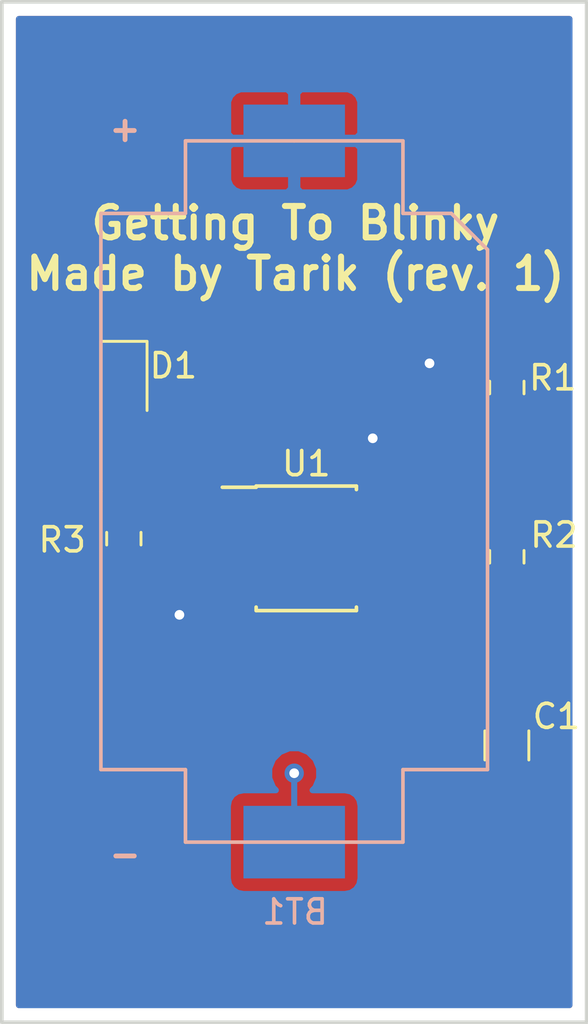
<source format=kicad_pcb>
(kicad_pcb (version 20171130) (host pcbnew "(5.0.0)")

  (general
    (thickness 1.6)
    (drawings 5)
    (tracks 25)
    (zones 0)
    (modules 7)
    (nets 8)
  )

  (page A4)
  (layers
    (0 F.Cu signal)
    (31 B.Cu signal)
    (32 B.Adhes user)
    (33 F.Adhes user)
    (34 B.Paste user)
    (35 F.Paste user)
    (36 B.SilkS user)
    (37 F.SilkS user)
    (38 B.Mask user)
    (39 F.Mask user)
    (40 Dwgs.User user)
    (41 Cmts.User user)
    (42 Eco1.User user)
    (43 Eco2.User user)
    (44 Edge.Cuts user)
    (45 Margin user)
    (46 B.CrtYd user)
    (47 F.CrtYd user)
    (48 B.Fab user)
    (49 F.Fab user)
  )

  (setup
    (last_trace_width 0.25)
    (trace_clearance 0.25)
    (zone_clearance 0.508)
    (zone_45_only no)
    (trace_min 0.25)
    (segment_width 0.2)
    (edge_width 0.15)
    (via_size 0.8)
    (via_drill 0.4)
    (via_min_size 0.8)
    (via_min_drill 0.4)
    (uvia_size 0.45)
    (uvia_drill 0.2)
    (uvias_allowed no)
    (uvia_min_size 0.2)
    (uvia_min_drill 0.1)
    (pcb_text_width 0.3)
    (pcb_text_size 1.5 1.5)
    (mod_edge_width 0.15)
    (mod_text_size 1 1)
    (mod_text_width 0.15)
    (pad_size 1.524 1.524)
    (pad_drill 0.762)
    (pad_to_mask_clearance 0.2)
    (aux_axis_origin 0 0)
    (visible_elements FFFFFF7F)
    (pcbplotparams
      (layerselection 0x010f0_ffffffff)
      (usegerberextensions false)
      (usegerberattributes false)
      (usegerberadvancedattributes false)
      (creategerberjobfile false)
      (excludeedgelayer true)
      (linewidth 0.100000)
      (plotframeref false)
      (viasonmask false)
      (mode 1)
      (useauxorigin false)
      (hpglpennumber 1)
      (hpglpenspeed 20)
      (hpglpendiameter 15.000000)
      (psnegative false)
      (psa4output false)
      (plotreference true)
      (plotvalue false)
      (plotinvisibletext false)
      (padsonsilk false)
      (subtractmaskfromsilk true)
      (outputformat 1)
      (mirror false)
      (drillshape 0)
      (scaleselection 1)
      (outputdirectory "GERBERS/"))
  )

  (net 0 "")
  (net 1 /VDD)
  (net 2 GND)
  (net 3 "Net-(C1-Pad1)")
  (net 4 "Net-(D1-Pad2)")
  (net 5 "Net-(R1-Pad2)")
  (net 6 "Net-(R3-Pad1)")
  (net 7 "Net-(U1-Pad5)")

  (net_class Default "This is the default net class."
    (clearance 0.25)
    (trace_width 0.25)
    (via_dia 0.8)
    (via_drill 0.4)
    (uvia_dia 0.45)
    (uvia_drill 0.2)
    (diff_pair_gap 0.25)
    (diff_pair_width 0.25)
    (add_net /VDD)
    (add_net GND)
    (add_net "Net-(C1-Pad1)")
    (add_net "Net-(D1-Pad2)")
    (add_net "Net-(R1-Pad2)")
    (add_net "Net-(R3-Pad1)")
    (add_net "Net-(U1-Pad5)")
  )

  (module GTB:QJ.BS-6 (layer B.Cu) (tedit 5BC3924D) (tstamp 5BDBDCC1)
    (at 185.9 117.55 180)
    (path /5BC39993)
    (fp_text reference BT1 (at -0.036 -17.388 180) (layer B.SilkS)
      (effects (font (size 1 1) (thickness 0.15)) (justify mirror))
    )
    (fp_text value Battery_Cell (at -4.736 15.512 180) (layer B.Fab)
      (effects (font (size 1 1) (thickness 0.15)) (justify mirror))
    )
    (fp_line (start -4.5 14.5) (end 0 14.5) (layer B.SilkS) (width 0.15))
    (fp_line (start -4.5 11.5) (end -4.5 14.5) (layer B.SilkS) (width 0.15))
    (fp_line (start -4.5 -11.5) (end -8 -11.5) (layer B.SilkS) (width 0.15))
    (fp_line (start -4.5 -14.5) (end -4.5 -11.5) (layer B.SilkS) (width 0.15))
    (fp_line (start 4.5 -14.5) (end -4.5 -14.5) (layer B.SilkS) (width 0.15))
    (fp_line (start 4.5 -11.5) (end 4.5 -14.5) (layer B.SilkS) (width 0.15))
    (fp_line (start 8 -11.5) (end 4.5 -11.5) (layer B.SilkS) (width 0.15))
    (fp_line (start 8 0) (end 8 -11.5) (layer B.SilkS) (width 0.15))
    (fp_line (start 8 11.5) (end 8 0) (layer B.SilkS) (width 0.15))
    (fp_line (start 4.5 11.5) (end 8 11.5) (layer B.SilkS) (width 0.15))
    (fp_line (start 4.5 14.5) (end 4.5 11.5) (layer B.SilkS) (width 0.15))
    (fp_line (start 0 14.5) (end 4.5 14.5) (layer B.SilkS) (width 0.15))
    (fp_line (start -8 10) (end -6.5 11.5) (layer B.SilkS) (width 0.15))
    (fp_line (start -6.5 11.5) (end -4.5 11.5) (layer B.SilkS) (width 0.15))
    (fp_line (start -8 -11.5) (end -8 10) (layer B.SilkS) (width 0.15))
    (fp_line (start -9.5 -19.5) (end -9.5 16.5) (layer B.CrtYd) (width 0.15))
    (fp_line (start 8.5 -19.5) (end -9.5 -19.5) (layer B.CrtYd) (width 0.15))
    (fp_line (start 8.5 16.5) (end 8.5 -19.5) (layer B.CrtYd) (width 0.15))
    (fp_line (start -9.5 16.5) (end 8.5 16.5) (layer B.CrtYd) (width 0.15))
    (fp_text user + (at 7 15 180) (layer B.SilkS)
      (effects (font (size 1 1) (thickness 0.2)) (justify mirror))
    )
    (fp_text user - (at 7 -15 180) (layer B.SilkS)
      (effects (font (size 1 1) (thickness 0.2)) (justify mirror))
    )
    (pad 1 smd rect (at 0 14.5 180) (size 4.2 3) (layers B.Cu B.Paste B.Mask)
      (net 1 /VDD))
    (pad 2 smd rect (at 0 -14.5 180) (size 4.2 3) (layers B.Cu B.Paste B.Mask)
      (net 2 GND))
  )

  (module Capacitor_SMD:C_1206_3216Metric_Pad1.42x1.75mm_HandSolder (layer F.Cu) (tedit 5BC3BE96) (tstamp 5BDBDCD2)
    (at 194.7 128.05 270)
    (descr "Capacitor SMD 1206 (3216 Metric), square (rectangular) end terminal, IPC_7351 nominal with elongated pad for handsoldering. (Body size source: http://www.tortai-tech.com/upload/download/2011102023233369053.pdf), generated with kicad-footprint-generator")
    (tags "capacitor handsolder")
    (path /5BC3B34B)
    (attr smd)
    (fp_text reference C1 (at -1.2 -2.05) (layer F.SilkS)
      (effects (font (size 1 1) (thickness 0.15)))
    )
    (fp_text value 1U (at 0 1.82 270) (layer F.Fab)
      (effects (font (size 1 1) (thickness 0.15)))
    )
    (fp_text user %R (at 0 0 270) (layer F.Fab)
      (effects (font (size 0.8 0.8) (thickness 0.12)))
    )
    (fp_line (start 2.45 1.12) (end -2.45 1.12) (layer F.CrtYd) (width 0.05))
    (fp_line (start 2.45 -1.12) (end 2.45 1.12) (layer F.CrtYd) (width 0.05))
    (fp_line (start -2.45 -1.12) (end 2.45 -1.12) (layer F.CrtYd) (width 0.05))
    (fp_line (start -2.45 1.12) (end -2.45 -1.12) (layer F.CrtYd) (width 0.05))
    (fp_line (start -0.602064 0.91) (end 0.602064 0.91) (layer F.SilkS) (width 0.12))
    (fp_line (start -0.602064 -0.91) (end 0.602064 -0.91) (layer F.SilkS) (width 0.12))
    (fp_line (start 1.6 0.8) (end -1.6 0.8) (layer F.Fab) (width 0.1))
    (fp_line (start 1.6 -0.8) (end 1.6 0.8) (layer F.Fab) (width 0.1))
    (fp_line (start -1.6 -0.8) (end 1.6 -0.8) (layer F.Fab) (width 0.1))
    (fp_line (start -1.6 0.8) (end -1.6 -0.8) (layer F.Fab) (width 0.1))
    (pad 2 smd roundrect (at 1.4875 0 270) (size 1.425 1.75) (layers F.Cu F.Paste F.Mask) (roundrect_rratio 0.175439)
      (net 2 GND))
    (pad 1 smd roundrect (at -1.4875 0 270) (size 1.425 1.75) (layers F.Cu F.Paste F.Mask) (roundrect_rratio 0.175439)
      (net 3 "Net-(C1-Pad1)"))
    (model ${KISYS3DMOD}/Capacitor_SMD.3dshapes/C_1206_3216Metric.wrl
      (at (xyz 0 0 0))
      (scale (xyz 1 1 1))
      (rotate (xyz 0 0 0))
    )
  )

  (module LED_SMD:LED_0805_2012Metric_Pad1.15x1.40mm_HandSolder (layer F.Cu) (tedit 5BC3BEA0) (tstamp 5BDBDCE5)
    (at 178.85 113.2 270)
    (descr "LED SMD 0805 (2012 Metric), square (rectangular) end terminal, IPC_7351 nominal, (Body size source: https://docs.google.com/spreadsheets/d/1BsfQQcO9C6DZCsRaXUlFlo91Tg2WpOkGARC1WS5S8t0/edit?usp=sharing), generated with kicad-footprint-generator")
    (tags "LED handsolder")
    (path /5BC389A6)
    (attr smd)
    (fp_text reference D1 (at -0.85 -2.05) (layer F.SilkS)
      (effects (font (size 1 1) (thickness 0.15)))
    )
    (fp_text value LED (at 0 1.65 270) (layer F.Fab)
      (effects (font (size 1 1) (thickness 0.15)))
    )
    (fp_text user %R (at 0 0 270) (layer F.Fab)
      (effects (font (size 0.5 0.5) (thickness 0.08)))
    )
    (fp_line (start 1.85 0.95) (end -1.85 0.95) (layer F.CrtYd) (width 0.05))
    (fp_line (start 1.85 -0.95) (end 1.85 0.95) (layer F.CrtYd) (width 0.05))
    (fp_line (start -1.85 -0.95) (end 1.85 -0.95) (layer F.CrtYd) (width 0.05))
    (fp_line (start -1.85 0.95) (end -1.85 -0.95) (layer F.CrtYd) (width 0.05))
    (fp_line (start -1.86 0.96) (end 1 0.96) (layer F.SilkS) (width 0.12))
    (fp_line (start -1.86 -0.96) (end -1.86 0.96) (layer F.SilkS) (width 0.12))
    (fp_line (start 1 -0.96) (end -1.86 -0.96) (layer F.SilkS) (width 0.12))
    (fp_line (start 1 0.6) (end 1 -0.6) (layer F.Fab) (width 0.1))
    (fp_line (start -1 0.6) (end 1 0.6) (layer F.Fab) (width 0.1))
    (fp_line (start -1 -0.3) (end -1 0.6) (layer F.Fab) (width 0.1))
    (fp_line (start -0.7 -0.6) (end -1 -0.3) (layer F.Fab) (width 0.1))
    (fp_line (start 1 -0.6) (end -0.7 -0.6) (layer F.Fab) (width 0.1))
    (pad 2 smd roundrect (at 1.025 0 270) (size 1.15 1.4) (layers F.Cu F.Paste F.Mask) (roundrect_rratio 0.217391)
      (net 4 "Net-(D1-Pad2)"))
    (pad 1 smd roundrect (at -1.025 0 270) (size 1.15 1.4) (layers F.Cu F.Paste F.Mask) (roundrect_rratio 0.217391)
      (net 2 GND))
    (model ${KISYS3DMOD}/LED_SMD.3dshapes/LED_0805_2012Metric.wrl
      (at (xyz 0 0 0))
      (scale (xyz 1 1 1))
      (rotate (xyz 0 0 0))
    )
  )

  (module Resistor_SMD:R_0805_2012Metric_Pad1.15x1.40mm_HandSolder (layer F.Cu) (tedit 5BC3BE8E) (tstamp 5BDBDCF6)
    (at 194.7 113.25 270)
    (descr "Resistor SMD 0805 (2012 Metric), square (rectangular) end terminal, IPC_7351 nominal with elongated pad for handsoldering. (Body size source: https://docs.google.com/spreadsheets/d/1BsfQQcO9C6DZCsRaXUlFlo91Tg2WpOkGARC1WS5S8t0/edit?usp=sharing), generated with kicad-footprint-generator")
    (tags "resistor handsolder")
    (path /5BC3856A)
    (attr smd)
    (fp_text reference R1 (at -0.4 -1.9) (layer F.SilkS)
      (effects (font (size 1 1) (thickness 0.15)))
    )
    (fp_text value 1K (at 0 1.65 270) (layer F.Fab)
      (effects (font (size 1 1) (thickness 0.15)))
    )
    (fp_text user %R (at 0 0 270) (layer F.Fab)
      (effects (font (size 0.5 0.5) (thickness 0.08)))
    )
    (fp_line (start 1.85 0.95) (end -1.85 0.95) (layer F.CrtYd) (width 0.05))
    (fp_line (start 1.85 -0.95) (end 1.85 0.95) (layer F.CrtYd) (width 0.05))
    (fp_line (start -1.85 -0.95) (end 1.85 -0.95) (layer F.CrtYd) (width 0.05))
    (fp_line (start -1.85 0.95) (end -1.85 -0.95) (layer F.CrtYd) (width 0.05))
    (fp_line (start -0.261252 0.71) (end 0.261252 0.71) (layer F.SilkS) (width 0.12))
    (fp_line (start -0.261252 -0.71) (end 0.261252 -0.71) (layer F.SilkS) (width 0.12))
    (fp_line (start 1 0.6) (end -1 0.6) (layer F.Fab) (width 0.1))
    (fp_line (start 1 -0.6) (end 1 0.6) (layer F.Fab) (width 0.1))
    (fp_line (start -1 -0.6) (end 1 -0.6) (layer F.Fab) (width 0.1))
    (fp_line (start -1 0.6) (end -1 -0.6) (layer F.Fab) (width 0.1))
    (pad 2 smd roundrect (at 1.025 0 270) (size 1.15 1.4) (layers F.Cu F.Paste F.Mask) (roundrect_rratio 0.217391)
      (net 5 "Net-(R1-Pad2)"))
    (pad 1 smd roundrect (at -1.025 0 270) (size 1.15 1.4) (layers F.Cu F.Paste F.Mask) (roundrect_rratio 0.217391)
      (net 1 /VDD))
    (model ${KISYS3DMOD}/Resistor_SMD.3dshapes/R_0805_2012Metric.wrl
      (at (xyz 0 0 0))
      (scale (xyz 1 1 1))
      (rotate (xyz 0 0 0))
    )
  )

  (module Resistor_SMD:R_0805_2012Metric_Pad1.15x1.40mm_HandSolder (layer F.Cu) (tedit 5BC3BE91) (tstamp 5BDBDD07)
    (at 194.7 120.25 270)
    (descr "Resistor SMD 0805 (2012 Metric), square (rectangular) end terminal, IPC_7351 nominal with elongated pad for handsoldering. (Body size source: https://docs.google.com/spreadsheets/d/1BsfQQcO9C6DZCsRaXUlFlo91Tg2WpOkGARC1WS5S8t0/edit?usp=sharing), generated with kicad-footprint-generator")
    (tags "resistor handsolder")
    (path /5BC3863E)
    (attr smd)
    (fp_text reference R2 (at -0.9 -1.95) (layer F.SilkS)
      (effects (font (size 1 1) (thickness 0.15)))
    )
    (fp_text value 470K (at 0 1.65 270) (layer F.Fab)
      (effects (font (size 1 1) (thickness 0.15)))
    )
    (fp_text user %R (at 0 0 270) (layer F.Fab)
      (effects (font (size 0.5 0.5) (thickness 0.08)))
    )
    (fp_line (start 1.85 0.95) (end -1.85 0.95) (layer F.CrtYd) (width 0.05))
    (fp_line (start 1.85 -0.95) (end 1.85 0.95) (layer F.CrtYd) (width 0.05))
    (fp_line (start -1.85 -0.95) (end 1.85 -0.95) (layer F.CrtYd) (width 0.05))
    (fp_line (start -1.85 0.95) (end -1.85 -0.95) (layer F.CrtYd) (width 0.05))
    (fp_line (start -0.261252 0.71) (end 0.261252 0.71) (layer F.SilkS) (width 0.12))
    (fp_line (start -0.261252 -0.71) (end 0.261252 -0.71) (layer F.SilkS) (width 0.12))
    (fp_line (start 1 0.6) (end -1 0.6) (layer F.Fab) (width 0.1))
    (fp_line (start 1 -0.6) (end 1 0.6) (layer F.Fab) (width 0.1))
    (fp_line (start -1 -0.6) (end 1 -0.6) (layer F.Fab) (width 0.1))
    (fp_line (start -1 0.6) (end -1 -0.6) (layer F.Fab) (width 0.1))
    (pad 2 smd roundrect (at 1.025 0 270) (size 1.15 1.4) (layers F.Cu F.Paste F.Mask) (roundrect_rratio 0.217391)
      (net 3 "Net-(C1-Pad1)"))
    (pad 1 smd roundrect (at -1.025 0 270) (size 1.15 1.4) (layers F.Cu F.Paste F.Mask) (roundrect_rratio 0.217391)
      (net 5 "Net-(R1-Pad2)"))
    (model ${KISYS3DMOD}/Resistor_SMD.3dshapes/R_0805_2012Metric.wrl
      (at (xyz 0 0 0))
      (scale (xyz 1 1 1))
      (rotate (xyz 0 0 0))
    )
  )

  (module Resistor_SMD:R_0805_2012Metric_Pad1.15x1.40mm_HandSolder (layer F.Cu) (tedit 5BC3BE80) (tstamp 5BDBDD18)
    (at 178.85 119.5 90)
    (descr "Resistor SMD 0805 (2012 Metric), square (rectangular) end terminal, IPC_7351 nominal with elongated pad for handsoldering. (Body size source: https://docs.google.com/spreadsheets/d/1BsfQQcO9C6DZCsRaXUlFlo91Tg2WpOkGARC1WS5S8t0/edit?usp=sharing), generated with kicad-footprint-generator")
    (tags "resistor handsolder")
    (path /5BC38678)
    (attr smd)
    (fp_text reference R3 (at -0.05 -2.55 180) (layer F.SilkS)
      (effects (font (size 1 1) (thickness 0.15)))
    )
    (fp_text value 1K (at 0 1.65 90) (layer F.Fab)
      (effects (font (size 1 1) (thickness 0.15)))
    )
    (fp_line (start -1 0.6) (end -1 -0.6) (layer F.Fab) (width 0.1))
    (fp_line (start -1 -0.6) (end 1 -0.6) (layer F.Fab) (width 0.1))
    (fp_line (start 1 -0.6) (end 1 0.6) (layer F.Fab) (width 0.1))
    (fp_line (start 1 0.6) (end -1 0.6) (layer F.Fab) (width 0.1))
    (fp_line (start -0.261252 -0.71) (end 0.261252 -0.71) (layer F.SilkS) (width 0.12))
    (fp_line (start -0.261252 0.71) (end 0.261252 0.71) (layer F.SilkS) (width 0.12))
    (fp_line (start -1.85 0.95) (end -1.85 -0.95) (layer F.CrtYd) (width 0.05))
    (fp_line (start -1.85 -0.95) (end 1.85 -0.95) (layer F.CrtYd) (width 0.05))
    (fp_line (start 1.85 -0.95) (end 1.85 0.95) (layer F.CrtYd) (width 0.05))
    (fp_line (start 1.85 0.95) (end -1.85 0.95) (layer F.CrtYd) (width 0.05))
    (fp_text user %R (at 0 0 90) (layer F.Fab)
      (effects (font (size 0.5 0.5) (thickness 0.08)))
    )
    (pad 1 smd roundrect (at -1.025 0 90) (size 1.15 1.4) (layers F.Cu F.Paste F.Mask) (roundrect_rratio 0.217391)
      (net 6 "Net-(R3-Pad1)"))
    (pad 2 smd roundrect (at 1.025 0 90) (size 1.15 1.4) (layers F.Cu F.Paste F.Mask) (roundrect_rratio 0.217391)
      (net 4 "Net-(D1-Pad2)"))
    (model ${KISYS3DMOD}/Resistor_SMD.3dshapes/R_0805_2012Metric.wrl
      (at (xyz 0 0 0))
      (scale (xyz 1 1 1))
      (rotate (xyz 0 0 0))
    )
  )

  (module Package_SO:SOIC-8_3.9x4.9mm_P1.27mm (layer F.Cu) (tedit 5A02F2D3) (tstamp 5BDBDD35)
    (at 186.4 119.9)
    (descr "8-Lead Plastic Small Outline (SN) - Narrow, 3.90 mm Body [SOIC] (see Microchip Packaging Specification 00000049BS.pdf)")
    (tags "SOIC 1.27")
    (path /5BC38425)
    (attr smd)
    (fp_text reference U1 (at 0 -3.5) (layer F.SilkS)
      (effects (font (size 1 1) (thickness 0.15)))
    )
    (fp_text value 7555 (at 0 3.5) (layer F.Fab)
      (effects (font (size 1 1) (thickness 0.15)))
    )
    (fp_text user %R (at 0 0) (layer F.Fab)
      (effects (font (size 1 1) (thickness 0.15)))
    )
    (fp_line (start -0.95 -2.45) (end 1.95 -2.45) (layer F.Fab) (width 0.1))
    (fp_line (start 1.95 -2.45) (end 1.95 2.45) (layer F.Fab) (width 0.1))
    (fp_line (start 1.95 2.45) (end -1.95 2.45) (layer F.Fab) (width 0.1))
    (fp_line (start -1.95 2.45) (end -1.95 -1.45) (layer F.Fab) (width 0.1))
    (fp_line (start -1.95 -1.45) (end -0.95 -2.45) (layer F.Fab) (width 0.1))
    (fp_line (start -3.73 -2.7) (end -3.73 2.7) (layer F.CrtYd) (width 0.05))
    (fp_line (start 3.73 -2.7) (end 3.73 2.7) (layer F.CrtYd) (width 0.05))
    (fp_line (start -3.73 -2.7) (end 3.73 -2.7) (layer F.CrtYd) (width 0.05))
    (fp_line (start -3.73 2.7) (end 3.73 2.7) (layer F.CrtYd) (width 0.05))
    (fp_line (start -2.075 -2.575) (end -2.075 -2.525) (layer F.SilkS) (width 0.15))
    (fp_line (start 2.075 -2.575) (end 2.075 -2.43) (layer F.SilkS) (width 0.15))
    (fp_line (start 2.075 2.575) (end 2.075 2.43) (layer F.SilkS) (width 0.15))
    (fp_line (start -2.075 2.575) (end -2.075 2.43) (layer F.SilkS) (width 0.15))
    (fp_line (start -2.075 -2.575) (end 2.075 -2.575) (layer F.SilkS) (width 0.15))
    (fp_line (start -2.075 2.575) (end 2.075 2.575) (layer F.SilkS) (width 0.15))
    (fp_line (start -2.075 -2.525) (end -3.475 -2.525) (layer F.SilkS) (width 0.15))
    (pad 1 smd rect (at -2.7 -1.905) (size 1.55 0.6) (layers F.Cu F.Paste F.Mask)
      (net 2 GND))
    (pad 2 smd rect (at -2.7 -0.635) (size 1.55 0.6) (layers F.Cu F.Paste F.Mask)
      (net 3 "Net-(C1-Pad1)"))
    (pad 3 smd rect (at -2.7 0.635) (size 1.55 0.6) (layers F.Cu F.Paste F.Mask)
      (net 6 "Net-(R3-Pad1)"))
    (pad 4 smd rect (at -2.7 1.905) (size 1.55 0.6) (layers F.Cu F.Paste F.Mask)
      (net 1 /VDD))
    (pad 5 smd rect (at 2.7 1.905) (size 1.55 0.6) (layers F.Cu F.Paste F.Mask)
      (net 7 "Net-(U1-Pad5)"))
    (pad 6 smd rect (at 2.7 0.635) (size 1.55 0.6) (layers F.Cu F.Paste F.Mask)
      (net 3 "Net-(C1-Pad1)"))
    (pad 7 smd rect (at 2.7 -0.635) (size 1.55 0.6) (layers F.Cu F.Paste F.Mask)
      (net 5 "Net-(R1-Pad2)"))
    (pad 8 smd rect (at 2.7 -1.905) (size 1.55 0.6) (layers F.Cu F.Paste F.Mask)
      (net 1 /VDD))
    (model ${KISYS3DMOD}/Package_SO.3dshapes/SOIC-8_3.9x4.9mm_P1.27mm.wrl
      (at (xyz 0 0 0))
      (scale (xyz 1 1 1))
      (rotate (xyz 0 0 0))
    )
  )

  (gr_text "Getting To Blinky\nMade by Tarik (rev. 1)" (at 185.95 107.5) (layer F.SilkS)
    (effects (font (size 1.3 1.3) (thickness 0.25)))
  )
  (gr_line (start 198 139.5) (end 173.8 139.5) (angle 90) (layer Edge.Cuts) (width 0.15))
  (gr_line (start 198 97.3) (end 198 139.5) (angle 90) (layer Edge.Cuts) (width 0.15))
  (gr_line (start 173.8 97.3) (end 198 97.3) (angle 90) (layer Edge.Cuts) (width 0.15))
  (gr_line (start 173.8 139.5) (end 173.8 97.3) (angle 90) (layer Edge.Cuts) (width 0.15))

  (segment (start 189.1 117.995) (end 189.1 115.4) (width 0.25) (layer F.Cu) (net 1) (status 400000))
  (via (at 189.15 115.35) (size 0.8) (drill 0.4) (layers F.Cu B.Cu) (net 1))
  (segment (start 189.1 115.4) (end 189.15 115.35) (width 0.25) (layer F.Cu) (net 1) (tstamp 5BDCD964))
  (segment (start 194.7 112.225) (end 191.525 112.225) (width 0.25) (layer F.Cu) (net 1) (status 400000))
  (segment (start 191.5 112.25) (end 191.6 112.15) (width 0.25) (layer B.Cu) (net 1) (tstamp 5BDCD97B))
  (via (at 191.5 112.25) (size 0.8) (drill 0.4) (layers F.Cu B.Cu) (net 1))
  (segment (start 191.525 112.225) (end 191.5 112.25) (width 0.25) (layer F.Cu) (net 1) (tstamp 5BDCD979))
  (segment (start 183.7 121.805) (end 181.995 121.805) (width 0.25) (layer F.Cu) (net 1) (status 400000))
  (via (at 181.15 122.65) (size 0.8) (drill 0.4) (layers F.Cu B.Cu) (net 1))
  (segment (start 181.995 121.805) (end 181.15 122.65) (width 0.25) (layer F.Cu) (net 1) (tstamp 5BDCD99E))
  (segment (start 185.9 132.05) (end 185.9 129.2) (width 0.25) (layer B.Cu) (net 2) (status 400000))
  (via (at 185.9 129.2) (size 0.8) (drill 0.4) (layers F.Cu B.Cu) (net 2))
  (segment (start 194.7 121.275) (end 194.7 126.5625) (width 0.25) (layer F.Cu) (net 3) (status C00000))
  (segment (start 183.7 119.265) (end 185.715 119.265) (width 0.25) (layer F.Cu) (net 3) (status 400000))
  (segment (start 186.985 120.535) (end 189.1 120.535) (width 0.25) (layer F.Cu) (net 3) (tstamp 5BDCD9AA) (status 800000))
  (segment (start 185.715 119.265) (end 186.985 120.535) (width 0.25) (layer F.Cu) (net 3) (tstamp 5BDCD9A8))
  (segment (start 189.1 120.535) (end 192.3 120.535) (width 0.25) (layer F.Cu) (net 3) (status 400000))
  (segment (start 193.04 121.275) (end 194.7 121.275) (width 0.25) (layer F.Cu) (net 3) (tstamp 5BDCD9AF) (status 800000))
  (segment (start 192.3 120.535) (end 193.04 121.275) (width 0.25) (layer F.Cu) (net 3) (tstamp 5BDCD9AE))
  (segment (start 178.85 114.225) (end 178.85 118.475) (width 0.25) (layer F.Cu) (net 4) (status C00000))
  (segment (start 189.1 119.265) (end 194.66 119.265) (width 0.25) (layer F.Cu) (net 5) (status C00000))
  (segment (start 194.66 119.265) (end 194.7 119.225) (width 0.25) (layer F.Cu) (net 5) (tstamp 5BDCCD35) (status C00000))
  (segment (start 194.7 114.275) (end 194.7 119.225) (width 0.25) (layer F.Cu) (net 5) (status C00000))
  (segment (start 183.7 120.535) (end 178.86 120.535) (width 0.25) (layer F.Cu) (net 6) (status C00000))
  (segment (start 178.86 120.535) (end 178.85 120.525) (width 0.25) (layer F.Cu) (net 6) (tstamp 5BDCCD3A) (status C00000))

  (zone (net 2) (net_name GND) (layer F.Cu) (tstamp 5BDCDA3D) (hatch edge 0.508)
    (connect_pads (clearance 0.508))
    (min_thickness 0.254)
    (fill yes (arc_segments 16) (thermal_gap 0.508) (thermal_bridge_width 0.508))
    (polygon
      (pts
        (xy 173.8 97.3) (xy 173.8 139.5) (xy 198 139.5) (xy 198 97.3)
      )
    )
    (filled_polygon
      (pts
        (xy 197.290001 138.79) (xy 174.51 138.79) (xy 174.51 129.82325) (xy 193.19 129.82325) (xy 193.19 130.376309)
        (xy 193.286673 130.609698) (xy 193.465301 130.788327) (xy 193.69869 130.885) (xy 194.41425 130.885) (xy 194.573 130.72625)
        (xy 194.573 129.6645) (xy 194.827 129.6645) (xy 194.827 130.72625) (xy 194.98575 130.885) (xy 195.70131 130.885)
        (xy 195.934699 130.788327) (xy 196.113327 130.609698) (xy 196.21 130.376309) (xy 196.21 129.82325) (xy 196.05125 129.6645)
        (xy 194.827 129.6645) (xy 194.573 129.6645) (xy 193.34875 129.6645) (xy 193.19 129.82325) (xy 174.51 129.82325)
        (xy 174.51 128.698691) (xy 193.19 128.698691) (xy 193.19 129.25175) (xy 193.34875 129.4105) (xy 194.573 129.4105)
        (xy 194.573 128.34875) (xy 194.827 128.34875) (xy 194.827 129.4105) (xy 196.05125 129.4105) (xy 196.21 129.25175)
        (xy 196.21 128.698691) (xy 196.113327 128.465302) (xy 195.934699 128.286673) (xy 195.70131 128.19) (xy 194.98575 128.19)
        (xy 194.827 128.34875) (xy 194.573 128.34875) (xy 194.41425 128.19) (xy 193.69869 128.19) (xy 193.465301 128.286673)
        (xy 193.286673 128.465302) (xy 193.19 128.698691) (xy 174.51 128.698691) (xy 174.51 113.899999) (xy 177.50256 113.899999)
        (xy 177.50256 114.550001) (xy 177.570873 114.893436) (xy 177.765414 115.184586) (xy 178.056564 115.379127) (xy 178.09 115.385778)
        (xy 178.090001 117.314222) (xy 178.056564 117.320873) (xy 177.765414 117.515414) (xy 177.570873 117.806564) (xy 177.50256 118.149999)
        (xy 177.50256 118.800001) (xy 177.570873 119.143436) (xy 177.765414 119.434586) (xy 177.863313 119.5) (xy 177.765414 119.565414)
        (xy 177.570873 119.856564) (xy 177.50256 120.199999) (xy 177.50256 120.850001) (xy 177.570873 121.193436) (xy 177.765414 121.484586)
        (xy 178.056564 121.679127) (xy 178.399999 121.74744) (xy 179.300001 121.74744) (xy 179.643436 121.679127) (xy 179.934586 121.484586)
        (xy 180.061264 121.295) (xy 181.421728 121.295) (xy 181.404673 121.320525) (xy 181.110198 121.615) (xy 180.944126 121.615)
        (xy 180.56372 121.772569) (xy 180.272569 122.06372) (xy 180.115 122.444126) (xy 180.115 122.855874) (xy 180.272569 123.23628)
        (xy 180.56372 123.527431) (xy 180.944126 123.685) (xy 181.355874 123.685) (xy 181.73628 123.527431) (xy 182.027431 123.23628)
        (xy 182.185 122.855874) (xy 182.185 122.689802) (xy 182.309802 122.565) (xy 182.47047 122.565) (xy 182.677235 122.703157)
        (xy 182.925 122.75244) (xy 184.475 122.75244) (xy 184.722765 122.703157) (xy 184.932809 122.562809) (xy 185.073157 122.352765)
        (xy 185.12244 122.105) (xy 185.12244 121.505) (xy 185.073157 121.257235) (xy 185.014868 121.17) (xy 185.073157 121.082765)
        (xy 185.12244 120.835) (xy 185.12244 120.235) (xy 185.080669 120.025) (xy 185.400199 120.025) (xy 186.39467 121.019472)
        (xy 186.437071 121.082929) (xy 186.688463 121.250904) (xy 186.910148 121.295) (xy 186.910152 121.295) (xy 186.984999 121.309888)
        (xy 187.059846 121.295) (xy 187.719331 121.295) (xy 187.67756 121.505) (xy 187.67756 122.105) (xy 187.726843 122.352765)
        (xy 187.867191 122.562809) (xy 188.077235 122.703157) (xy 188.325 122.75244) (xy 189.875 122.75244) (xy 190.122765 122.703157)
        (xy 190.332809 122.562809) (xy 190.473157 122.352765) (xy 190.52244 122.105) (xy 190.52244 121.505) (xy 190.480669 121.295)
        (xy 191.985199 121.295) (xy 192.449671 121.759473) (xy 192.492071 121.822929) (xy 192.743463 121.990904) (xy 192.965148 122.035)
        (xy 192.965152 122.035) (xy 193.039999 122.049888) (xy 193.114846 122.035) (xy 193.482054 122.035) (xy 193.615414 122.234586)
        (xy 193.906564 122.429127) (xy 193.94 122.435778) (xy 193.940001 125.229413) (xy 193.731565 125.270874) (xy 193.440414 125.465414)
        (xy 193.245874 125.756565) (xy 193.17756 126.1) (xy 193.17756 127.025) (xy 193.245874 127.368435) (xy 193.440414 127.659586)
        (xy 193.731565 127.854126) (xy 194.075 127.92244) (xy 195.325 127.92244) (xy 195.668435 127.854126) (xy 195.959586 127.659586)
        (xy 196.154126 127.368435) (xy 196.22244 127.025) (xy 196.22244 126.1) (xy 196.154126 125.756565) (xy 195.959586 125.465414)
        (xy 195.668435 125.270874) (xy 195.46 125.229413) (xy 195.46 122.435778) (xy 195.493436 122.429127) (xy 195.784586 122.234586)
        (xy 195.979127 121.943436) (xy 196.04744 121.600001) (xy 196.04744 120.949999) (xy 195.979127 120.606564) (xy 195.784586 120.315414)
        (xy 195.686687 120.25) (xy 195.784586 120.184586) (xy 195.979127 119.893436) (xy 196.04744 119.550001) (xy 196.04744 118.899999)
        (xy 195.979127 118.556564) (xy 195.784586 118.265414) (xy 195.493436 118.070873) (xy 195.46 118.064222) (xy 195.46 115.435778)
        (xy 195.493436 115.429127) (xy 195.784586 115.234586) (xy 195.979127 114.943436) (xy 196.04744 114.600001) (xy 196.04744 113.949999)
        (xy 195.979127 113.606564) (xy 195.784586 113.315414) (xy 195.686687 113.25) (xy 195.784586 113.184586) (xy 195.979127 112.893436)
        (xy 196.04744 112.550001) (xy 196.04744 111.899999) (xy 195.979127 111.556564) (xy 195.784586 111.265414) (xy 195.493436 111.070873)
        (xy 195.150001 111.00256) (xy 194.249999 111.00256) (xy 193.906564 111.070873) (xy 193.615414 111.265414) (xy 193.482054 111.465)
        (xy 192.178711 111.465) (xy 192.08628 111.372569) (xy 191.705874 111.215) (xy 191.294126 111.215) (xy 190.91372 111.372569)
        (xy 190.622569 111.66372) (xy 190.465 112.044126) (xy 190.465 112.455874) (xy 190.622569 112.83628) (xy 190.91372 113.127431)
        (xy 191.294126 113.285) (xy 191.705874 113.285) (xy 192.08628 113.127431) (xy 192.228711 112.985) (xy 193.482054 112.985)
        (xy 193.615414 113.184586) (xy 193.713313 113.25) (xy 193.615414 113.315414) (xy 193.420873 113.606564) (xy 193.35256 113.949999)
        (xy 193.35256 114.600001) (xy 193.420873 114.943436) (xy 193.615414 115.234586) (xy 193.906564 115.429127) (xy 193.94 115.435778)
        (xy 193.940001 118.064222) (xy 193.906564 118.070873) (xy 193.615414 118.265414) (xy 193.455327 118.505) (xy 190.480669 118.505)
        (xy 190.52244 118.295) (xy 190.52244 117.695) (xy 190.473157 117.447235) (xy 190.332809 117.237191) (xy 190.122765 117.096843)
        (xy 189.875 117.04756) (xy 189.86 117.04756) (xy 189.86 116.103711) (xy 190.027431 115.93628) (xy 190.185 115.555874)
        (xy 190.185 115.144126) (xy 190.027431 114.76372) (xy 189.73628 114.472569) (xy 189.355874 114.315) (xy 188.944126 114.315)
        (xy 188.56372 114.472569) (xy 188.272569 114.76372) (xy 188.115 115.144126) (xy 188.115 115.555874) (xy 188.272569 115.93628)
        (xy 188.340001 116.003712) (xy 188.34 117.04756) (xy 188.325 117.04756) (xy 188.077235 117.096843) (xy 187.867191 117.237191)
        (xy 187.726843 117.447235) (xy 187.67756 117.695) (xy 187.67756 118.295) (xy 187.726843 118.542765) (xy 187.785132 118.63)
        (xy 187.726843 118.717235) (xy 187.67756 118.965) (xy 187.67756 119.565) (xy 187.719331 119.775) (xy 187.299802 119.775)
        (xy 186.305331 118.78053) (xy 186.262929 118.717071) (xy 186.011537 118.549096) (xy 185.789852 118.505) (xy 185.789847 118.505)
        (xy 185.715 118.490112) (xy 185.640153 118.505) (xy 185.075334 118.505) (xy 185.11 118.42131) (xy 185.11 118.28075)
        (xy 184.95125 118.122) (xy 183.827 118.122) (xy 183.827 118.142) (xy 183.573 118.142) (xy 183.573 118.122)
        (xy 182.44875 118.122) (xy 182.29 118.28075) (xy 182.29 118.42131) (xy 182.379768 118.638028) (xy 182.326843 118.717235)
        (xy 182.27756 118.965) (xy 182.27756 119.565) (xy 182.319331 119.775) (xy 180.074627 119.775) (xy 179.934586 119.565414)
        (xy 179.836687 119.5) (xy 179.934586 119.434586) (xy 180.129127 119.143436) (xy 180.19744 118.800001) (xy 180.19744 118.149999)
        (xy 180.129127 117.806564) (xy 179.970185 117.56869) (xy 182.29 117.56869) (xy 182.29 117.70925) (xy 182.44875 117.868)
        (xy 183.573 117.868) (xy 183.573 117.21875) (xy 183.827 117.21875) (xy 183.827 117.868) (xy 184.95125 117.868)
        (xy 185.11 117.70925) (xy 185.11 117.56869) (xy 185.013327 117.335301) (xy 184.834698 117.156673) (xy 184.601309 117.06)
        (xy 183.98575 117.06) (xy 183.827 117.21875) (xy 183.573 117.21875) (xy 183.41425 117.06) (xy 182.798691 117.06)
        (xy 182.565302 117.156673) (xy 182.386673 117.335301) (xy 182.29 117.56869) (xy 179.970185 117.56869) (xy 179.934586 117.515414)
        (xy 179.643436 117.320873) (xy 179.61 117.314222) (xy 179.61 115.385778) (xy 179.643436 115.379127) (xy 179.934586 115.184586)
        (xy 180.129127 114.893436) (xy 180.19744 114.550001) (xy 180.19744 113.899999) (xy 180.129127 113.556564) (xy 179.934586 113.265414)
        (xy 179.933403 113.264623) (xy 180.088327 113.109698) (xy 180.185 112.876309) (xy 180.185 112.46075) (xy 180.02625 112.302)
        (xy 178.977 112.302) (xy 178.977 112.322) (xy 178.723 112.322) (xy 178.723 112.302) (xy 177.67375 112.302)
        (xy 177.515 112.46075) (xy 177.515 112.876309) (xy 177.611673 113.109698) (xy 177.766597 113.264623) (xy 177.765414 113.265414)
        (xy 177.570873 113.556564) (xy 177.50256 113.899999) (xy 174.51 113.899999) (xy 174.51 111.473691) (xy 177.515 111.473691)
        (xy 177.515 111.88925) (xy 177.67375 112.048) (xy 178.723 112.048) (xy 178.723 111.12375) (xy 178.977 111.12375)
        (xy 178.977 112.048) (xy 180.02625 112.048) (xy 180.185 111.88925) (xy 180.185 111.473691) (xy 180.088327 111.240302)
        (xy 179.909699 111.061673) (xy 179.67631 110.965) (xy 179.13575 110.965) (xy 178.977 111.12375) (xy 178.723 111.12375)
        (xy 178.56425 110.965) (xy 178.02369 110.965) (xy 177.790301 111.061673) (xy 177.611673 111.240302) (xy 177.515 111.473691)
        (xy 174.51 111.473691) (xy 174.51 98.01) (xy 197.29 98.01)
      )
    )
  )
  (zone (net 1) (net_name /VDD) (layer B.Cu) (tstamp 5BDCDA3A) (hatch edge 0.508)
    (connect_pads (clearance 0.508))
    (min_thickness 0.254)
    (fill yes (arc_segments 16) (thermal_gap 0.508) (thermal_bridge_width 0.508))
    (polygon
      (pts
        (xy 173.8 97.3) (xy 173.8 139.5) (xy 198 139.5) (xy 198 97.3)
      )
    )
    (filled_polygon
      (pts
        (xy 197.290001 138.79) (xy 174.51 138.79) (xy 174.51 130.55) (xy 183.15256 130.55) (xy 183.15256 133.55)
        (xy 183.201843 133.797765) (xy 183.342191 134.007809) (xy 183.552235 134.148157) (xy 183.8 134.19744) (xy 188 134.19744)
        (xy 188.247765 134.148157) (xy 188.457809 134.007809) (xy 188.598157 133.797765) (xy 188.64744 133.55) (xy 188.64744 130.55)
        (xy 188.598157 130.302235) (xy 188.457809 130.092191) (xy 188.247765 129.951843) (xy 188 129.90256) (xy 186.661151 129.90256)
        (xy 186.777431 129.78628) (xy 186.935 129.405874) (xy 186.935 128.994126) (xy 186.777431 128.61372) (xy 186.48628 128.322569)
        (xy 186.105874 128.165) (xy 185.694126 128.165) (xy 185.31372 128.322569) (xy 185.022569 128.61372) (xy 184.865 128.994126)
        (xy 184.865 129.405874) (xy 185.022569 129.78628) (xy 185.138849 129.90256) (xy 183.8 129.90256) (xy 183.552235 129.951843)
        (xy 183.342191 130.092191) (xy 183.201843 130.302235) (xy 183.15256 130.55) (xy 174.51 130.55) (xy 174.51 103.33575)
        (xy 183.165 103.33575) (xy 183.165 104.67631) (xy 183.261673 104.909699) (xy 183.440302 105.088327) (xy 183.673691 105.185)
        (xy 185.61425 105.185) (xy 185.773 105.02625) (xy 185.773 103.177) (xy 186.027 103.177) (xy 186.027 105.02625)
        (xy 186.18575 105.185) (xy 188.126309 105.185) (xy 188.359698 105.088327) (xy 188.538327 104.909699) (xy 188.635 104.67631)
        (xy 188.635 103.33575) (xy 188.47625 103.177) (xy 186.027 103.177) (xy 185.773 103.177) (xy 183.32375 103.177)
        (xy 183.165 103.33575) (xy 174.51 103.33575) (xy 174.51 101.42369) (xy 183.165 101.42369) (xy 183.165 102.76425)
        (xy 183.32375 102.923) (xy 185.773 102.923) (xy 185.773 101.07375) (xy 186.027 101.07375) (xy 186.027 102.923)
        (xy 188.47625 102.923) (xy 188.635 102.76425) (xy 188.635 101.42369) (xy 188.538327 101.190301) (xy 188.359698 101.011673)
        (xy 188.126309 100.915) (xy 186.18575 100.915) (xy 186.027 101.07375) (xy 185.773 101.07375) (xy 185.61425 100.915)
        (xy 183.673691 100.915) (xy 183.440302 101.011673) (xy 183.261673 101.190301) (xy 183.165 101.42369) (xy 174.51 101.42369)
        (xy 174.51 98.01) (xy 197.29 98.01)
      )
    )
  )
)

</source>
